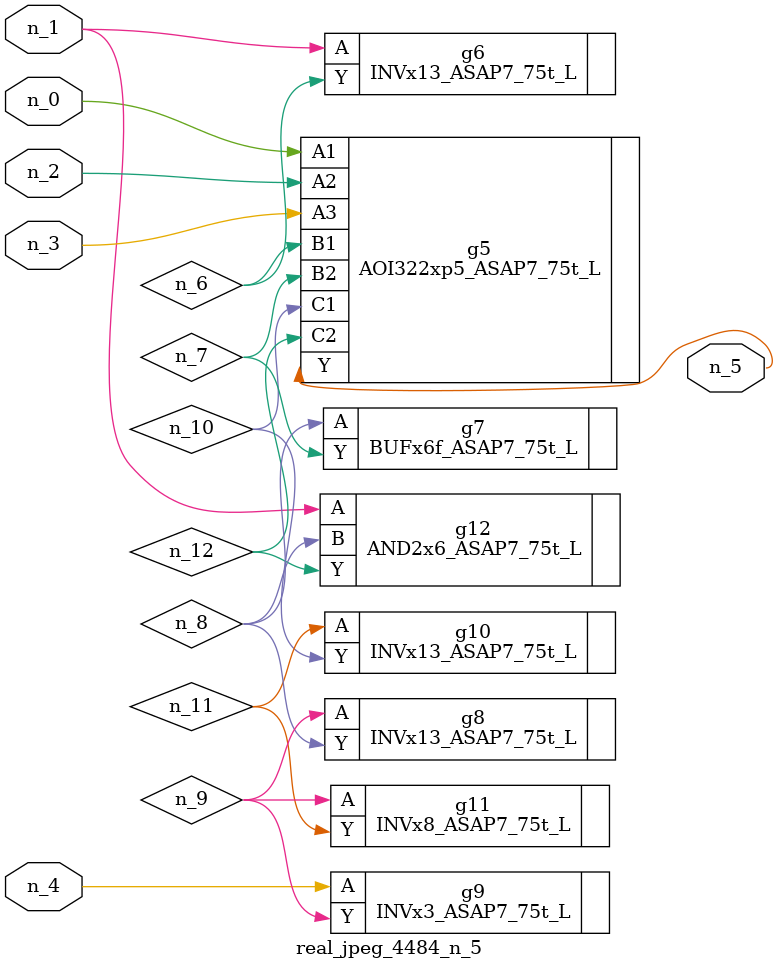
<source format=v>
module real_jpeg_4484_n_5 (n_4, n_0, n_1, n_2, n_3, n_5);

input n_4;
input n_0;
input n_1;
input n_2;
input n_3;

output n_5;

wire n_12;
wire n_8;
wire n_11;
wire n_6;
wire n_7;
wire n_10;
wire n_9;

AOI322xp5_ASAP7_75t_L g5 ( 
.A1(n_0),
.A2(n_2),
.A3(n_3),
.B1(n_6),
.B2(n_7),
.C1(n_10),
.C2(n_12),
.Y(n_5)
);

INVx13_ASAP7_75t_L g6 ( 
.A(n_1),
.Y(n_6)
);

AND2x6_ASAP7_75t_L g12 ( 
.A(n_1),
.B(n_8),
.Y(n_12)
);

INVx3_ASAP7_75t_L g9 ( 
.A(n_4),
.Y(n_9)
);

BUFx6f_ASAP7_75t_L g7 ( 
.A(n_8),
.Y(n_7)
);

INVx13_ASAP7_75t_L g8 ( 
.A(n_9),
.Y(n_8)
);

INVx8_ASAP7_75t_L g11 ( 
.A(n_9),
.Y(n_11)
);

INVx13_ASAP7_75t_L g10 ( 
.A(n_11),
.Y(n_10)
);


endmodule
</source>
